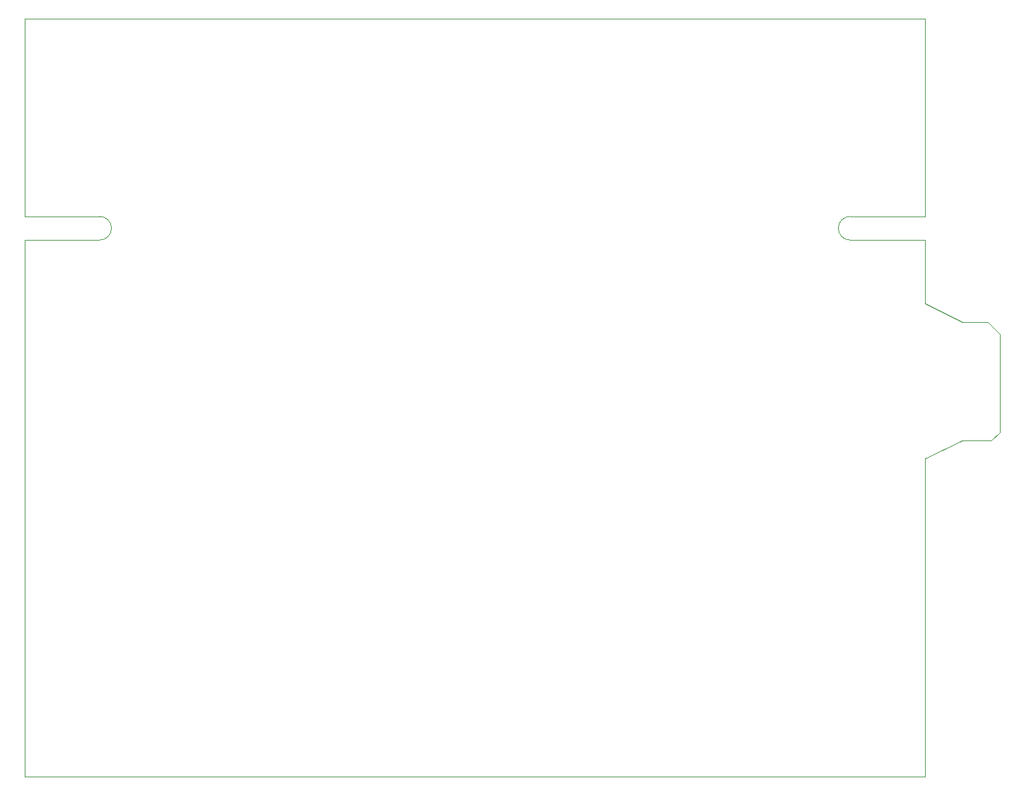
<source format=gbr>
%TF.GenerationSoftware,KiCad,Pcbnew,9.0.4*%
%TF.CreationDate,2025-10-05T19:10:15+02:00*%
%TF.ProjectId,DeMoN_2.0_PLCC,44654d6f-4e5f-4322-9e30-5f504c43432e,rev?*%
%TF.SameCoordinates,Original*%
%TF.FileFunction,Profile,NP*%
%FSLAX46Y46*%
G04 Gerber Fmt 4.6, Leading zero omitted, Abs format (unit mm)*
G04 Created by KiCad (PCBNEW 9.0.4) date 2025-10-05 19:10:15*
%MOMM*%
%LPD*%
G01*
G04 APERTURE LIST*
%TA.AperFunction,Profile*%
%ADD10C,0.050000*%
%TD*%
G04 APERTURE END LIST*
D10*
X93900000Y-61900000D02*
G75*
G02*
X95400000Y-63400000I0J-1500000D01*
G01*
X207848400Y-89252200D02*
X207848400Y-76802200D01*
X206785900Y-90252200D02*
X207848400Y-89252200D01*
X84400000Y-36900000D02*
X84400000Y-61900000D01*
X84400000Y-61900000D02*
X93900000Y-61900000D01*
X203098400Y-90252200D02*
X206785900Y-90252200D01*
X198400000Y-36900000D02*
X198400000Y-61900000D01*
X188900000Y-64900000D02*
G75*
G02*
X187400000Y-63400000I0J1500000D01*
G01*
X198398247Y-72900473D02*
X203098400Y-75302200D01*
X93900000Y-64900000D02*
X84400000Y-64900000D01*
X203098400Y-75302200D02*
X206348400Y-75302200D01*
X188900000Y-61900000D02*
X198400000Y-61900000D01*
X198396800Y-92604400D02*
X198398400Y-132900000D01*
X95400000Y-63400000D02*
G75*
G02*
X93900000Y-64900000I-1500000J0D01*
G01*
X198398400Y-92602200D02*
X203098400Y-90252200D01*
X84400000Y-132900000D02*
X198398400Y-132900000D01*
X187400000Y-63400000D02*
G75*
G02*
X188900000Y-61900000I1500000J0D01*
G01*
X84400000Y-36900000D02*
X198400000Y-36900000D01*
X84400000Y-64900000D02*
X84400000Y-132900000D01*
X198398400Y-64900000D02*
X188900000Y-64900000D01*
X198398400Y-64900000D02*
X198398247Y-72900473D01*
X207848400Y-76802200D02*
X206348400Y-75302200D01*
M02*

</source>
